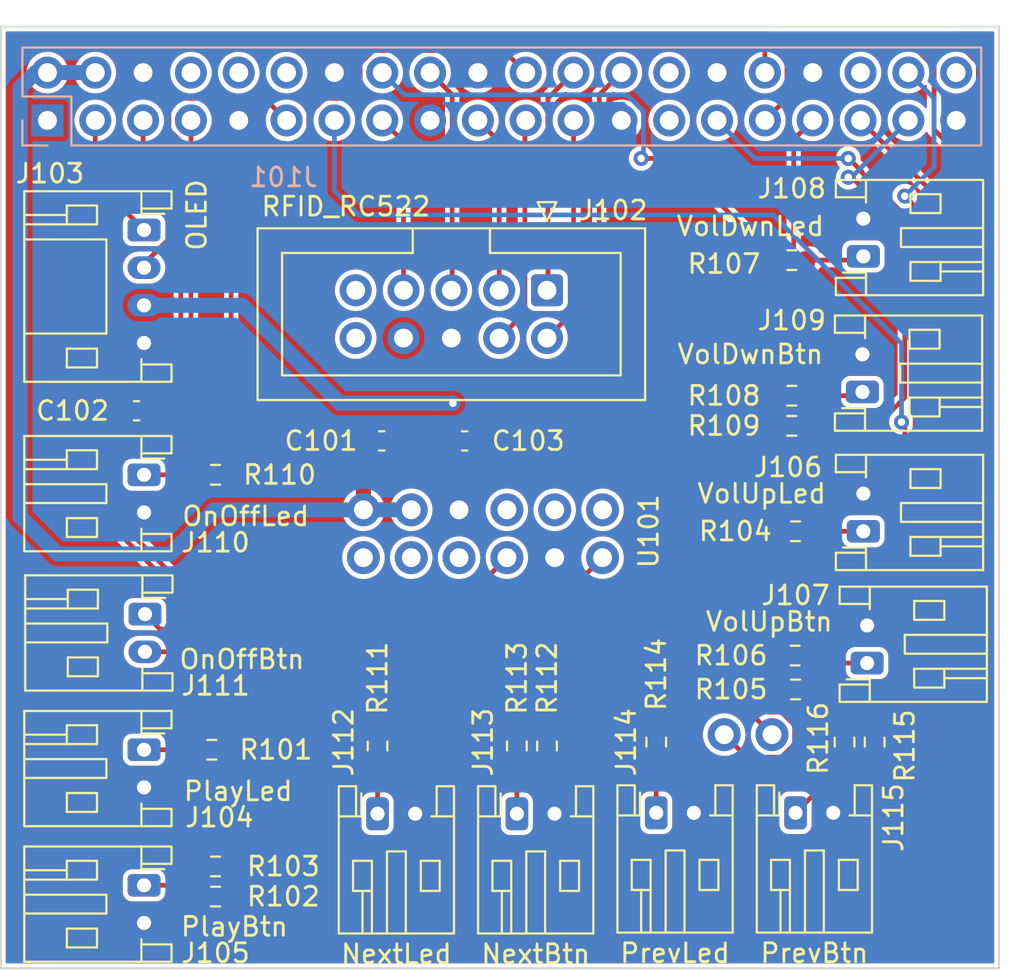
<source format=kicad_pcb>
(kicad_pcb (version 20210824) (generator pcbnew)
  (layers (0 "F.Cu" signal) (31 "B.Cu" signal) (34 "B.Paste" user) (35 "F.Paste" user) (36 "B.SilkS" user "B.Silkscreen") (37 "F.SilkS" user "F.Silkscreen") (38 "B.Mask" user) (39 "F.Mask" user) (44 "Edge.Cuts" user))
  (net 0 "")
  (net 1 "+5V")
  (net 2 "GND")
  (net 3 "+3V3")
  (net 4 "/SDA")
  (net 5 "/SCL")
  (net 6 "Net-(J101-Pad7)")
  (net 7 "Net-(J101-Pad11)")
  (net 8 "PREV_BTN")
  (net 9 "/RST")
  (net 10 "VOL_DWN_LED")
  (net 11 "/IRQ")
  (net 12 "/MOSI")
  (net 13 "/MISO")
  (net 14 "PWR_LED")
  (net 15 "/SCLK")
  (net 16 "/\\CE")
  (net 17 "VOL_UP_BTN")
  (net 18 "PREV_LED")
  (net 19 "PLAY_LED")
  (net 20 "PLAY_BTN")
  (net 21 "VOL_DWN_BTN")
  (net 22 "NEXT_LED")
  (net 23 "VOL_UP_LED")
  (net 24 "NEXT_BTN")
  (net 25 "Net-(J104-Pad1)")
  (net 26 "Net-(J105-Pad1)")
  (net 27 "Net-(J106-Pad1)")
  (net 28 "Net-(J107-Pad1)")
  (net 29 "Net-(J108-Pad1)")
  (net 30 "Net-(J109-Pad1)")
  (net 31 "Net-(J110-Pad1)")
  (net 32 "Net-(J111-Pad1)")
  (net 33 "Net-(J111-Pad2)")
  (net 34 "Net-(J112-Pad1)")
  (net 35 "Net-(J113-Pad1)")
  (net 36 "Net-(J114-Pad1)")
  (net 37 "Net-(J115-Pad1)")
  (footprint "Resistor_SMD:R_0603_1608Metric" (layer "F.Cu") (at 122.2 115.2)
    (fp_text reference "R105" (at -3.425 0) (layer "F.SilkS"))
    (fp_text value "10k")
    (pad "1" smd roundrect locked (at -0.825 0) (size 0.8 0.95) (layers "F.Cu" "F.Paste" "F.Mask") (net 3 "+3V3"))
    (pad "2" smd roundrect locked (at 0.825 0) (size 0.8 0.95) (layers "F.Cu" "F.Paste" "F.Mask") (net 28 "Net-(J107-Pad1)"))
  )
  (footprint "Resistor_SMD:R_0603_1608Metric" (layer "F.Cu") (at 109 118.2 -90)
    (fp_text reference "R112" (at -3.6 0 90) (layer "F.SilkS"))
    (fp_text value "10k")
    (pad "1" smd roundrect locked (at -0.825 0 270) (size 0.8 0.95) (layers "F.Cu" "F.Paste" "F.Mask") (net 3 "+3V3"))
    (pad "2" smd roundrect locked (at 0.825 0 270) (size 0.8 0.95) (layers "F.Cu" "F.Paste" "F.Mask") (net 35 "Net-(J113-Pad1)"))
  )
  (footprint "Resistor_SMD:R_0603_1608Metric" (layer "F.Cu") (at 122.175 113.4)
    (fp_text reference "R106" (at -3.4 0) (layer "F.SilkS"))
    (fp_text value "100R")
    (pad "1" smd roundrect locked (at -0.825 0) (size 0.8 0.95) (layers "F.Cu" "F.Paste" "F.Mask") (net 17 "VOL_UP_BTN"))
    (pad "2" smd roundrect locked (at 0.825 0) (size 0.8 0.95) (layers "F.Cu" "F.Paste" "F.Mask") (net 28 "Net-(J107-Pad1)"))
  )
  (footprint "Resistor_SMD:R_0603_1608Metric" (layer "F.Cu") (at 91.4 126.2 180)
    (fp_text reference "R102" (at -3.6 0) (layer "F.SilkS"))
    (fp_text value "10k")
    (pad "1" smd roundrect locked (at -0.825 0 180) (size 0.8 0.95) (layers "F.Cu" "F.Paste" "F.Mask") (net 3 "+3V3"))
    (pad "2" smd roundrect locked (at 0.825 0 180) (size 0.8 0.95) (layers "F.Cu" "F.Paste" "F.Mask") (net 26 "Net-(J105-Pad1)"))
  )
  (footprint "Connector_JST:JST_PH_S2B-PH-K_1x02_P2.00mm_Horizontal" (layer "F.Cu") (at 107.4 121.8)
    (fp_text reference "J113" (at -1.8 -3.8 90) (layer "F.SilkS"))
    (fp_text value "NextBtn" (at 1 7.45) (layer "F.SilkS"))
    (pad "1" thru_hole roundrect locked (at 0 0) (size 1.2 1.75) (drill 0.75) (layers *.Cu *.Mask) (roundrect_rratio 0.2083333333) (net 35 "Net-(J113-Pad1)"))
    (pad "2" thru_hole oval locked (at 2 0) (size 1.2 1.75) (drill 0.75) (layers *.Cu *.Mask) (net 2 "GND"))
  )
  (footprint "Connector_JST:JST_PH_S2B-PH-K_1x02_P2.00mm_Horizontal" (layer "F.Cu") (at 125.8 92.2 90)
    (fp_text reference "J108" (at 3.6 -3.8 180) (layer "F.SilkS"))
    (fp_text value "VolDwnLed" (at 1.6 -6) (layer "F.SilkS"))
    (pad "1" thru_hole roundrect locked (at 0 0 90) (size 1.2 1.75) (drill 0.75) (layers *.Cu *.Mask) (roundrect_rratio 0.2083333333) (net 29 "Net-(J108-Pad1)"))
    (pad "2" thru_hole oval locked (at 2 0 90) (size 1.2 1.75) (drill 0.75) (layers *.Cu *.Mask) (net 2 "GND"))
  )
  (footprint "Connector_JST:JST_PH_S4B-PH-K_1x04_P2.00mm_Horizontal" (layer "F.Cu") (at 87.6 90.8 -90)
    (fp_text reference "J103" (at -3 5 180) (layer "F.SilkS"))
    (fp_text value "OLED" (at -0.8 -2.8 90) (layer "F.SilkS"))
    (pad "1" thru_hole roundrect locked (at 0 0 270) (size 1.2 1.75) (drill 0.75) (layers *.Cu *.Mask) (roundrect_rratio 0.2083333333) (net 4 "/SDA"))
    (pad "2" thru_hole oval locked (at 2 0 270) (size 1.2 1.75) (drill 0.75) (layers *.Cu *.Mask) (net 5 "/SCL"))
    (pad "3" thru_hole oval locked (at 4 0 270) (size 1.2 1.75) (drill 0.75) (layers *.Cu *.Mask) (net 3 "+3V3"))
    (pad "4" thru_hole oval locked (at 6 0 270) (size 1.2 1.75) (drill 0.75) (layers *.Cu *.Mask) (net 2 "GND"))
  )
  (footprint "Resistor_SMD:R_0603_1608Metric" (layer "F.Cu") (at 122.2 106.8)
    (fp_text reference "R104" (at -3.2 0) (layer "F.SilkS"))
    (fp_text value "100R")
    (pad "1" smd roundrect locked (at -0.825 0) (size 0.8 0.95) (layers "F.Cu" "F.Paste" "F.Mask") (net 23 "VOL_UP_LED"))
    (pad "2" smd roundrect locked (at 0.825 0) (size 0.8 0.95) (layers "F.Cu" "F.Paste" "F.Mask") (net 27 "Net-(J106-Pad1)"))
  )
  (footprint "Capacitor_SMD:C_0603_1608Metric" (layer "F.Cu") (at 87.2 100.4)
    (fp_text reference "C102" (at -3.4 0) (layer "F.SilkS"))
    (fp_text value "100n")
    (pad "1" smd roundrect locked (at -0.775 0) (size 0.9 0.95) (layers "F.Cu" "F.Paste" "F.Mask") (net 3 "+3V3"))
    (pad "2" smd roundrect locked (at 0.775 0) (size 0.9 0.95) (layers "F.Cu" "F.Paste" "F.Mask") (net 2 "GND"))
  )
  (footprint "Connector_JST:JST_PH_S2B-PH-K_1x02_P2.00mm_Horizontal" (layer "F.Cu") (at 114.8 121.75)
    (fp_text reference "J114" (at -1.6 -3.75 90) (layer "F.SilkS"))
    (fp_text value "PrevLed" (at 1 7.45) (layer "F.SilkS"))
    (pad "1" thru_hole roundrect locked (at 0 0) (size 1.2 1.75) (drill 0.75) (layers *.Cu *.Mask) (roundrect_rratio 0.2083333333) (net 36 "Net-(J114-Pad1)"))
    (pad "2" thru_hole oval locked (at 2 0) (size 1.2 1.75) (drill 0.75) (layers *.Cu *.Mask) (net 2 "GND"))
  )
  (footprint "Resistor_SMD:R_0603_1608Metric" (layer "F.Cu") (at 91.4 103.8 180)
    (fp_text reference "R110" (at -3.4 0) (layer "F.SilkS"))
    (fp_text value "100R")
    (pad "1" smd roundrect locked (at -0.825 0 180) (size 0.8 0.95) (layers "F.Cu" "F.Paste" "F.Mask") (net 14 "PWR_LED"))
    (pad "2" smd roundrect locked (at 0.825 0 180) (size 0.8 0.95) (layers "F.Cu" "F.Paste" "F.Mask") (net 31 "Net-(J110-Pad1)"))
  )
  (footprint "Resistor_SMD:R_0603_1608Metric" (layer "F.Cu") (at 122 99.6)
    (fp_text reference "R108" (at -3.6 0) (layer "F.SilkS"))
    (fp_text value "10k")
    (pad "1" smd roundrect locked (at -0.825 0) (size 0.8 0.95) (layers "F.Cu" "F.Paste" "F.Mask") (net 3 "+3V3"))
    (pad "2" smd roundrect locked (at 0.825 0) (size 0.8 0.95) (layers "F.Cu" "F.Paste" "F.Mask") (net 30 "Net-(J109-Pad1)"))
  )
  (footprint "Connector_JST:JST_PH_S2B-PH-K_1x02_P2.00mm_Horizontal" (layer "F.Cu") (at 126 113.8 90)
    (fp_text reference "J107" (at 3.6 -3.8 180) (layer "F.SilkS"))
    (fp_text value "VolUpBtn" (at 2.2 -5.2 180) (layer "F.SilkS"))
    (pad "1" thru_hole roundrect locked (at 0 0 90) (size 1.2 1.75) (drill 0.75) (layers *.Cu *.Mask) (roundrect_rratio 0.2083333333) (net 28 "Net-(J107-Pad1)"))
    (pad "2" thru_hole oval locked (at 2 0 90) (size 1.2 1.75) (drill 0.75) (layers *.Cu *.Mask) (net 2 "GND"))
  )
  (footprint "Resistor_SMD:R_0603_1608Metric" (layer "F.Cu") (at 122 92.4)
    (fp_text reference "R107" (at -3.6 0.2) (layer "F.SilkS"))
    (fp_text value "100R")
    (pad "1" smd roundrect locked (at -0.825 0) (size 0.8 0.95) (layers "F.Cu" "F.Paste" "F.Mask") (net 10 "VOL_DWN_LED"))
    (pad "2" smd roundrect locked (at 0.825 0) (size 0.8 0.95) (layers "F.Cu" "F.Paste" "F.Mask") (net 29 "Net-(J108-Pad1)"))
  )
  (footprint "Capacitor_SMD:C_0603_1608Metric" (layer "F.Cu") (at 100.225 102)
    (fp_text reference "C101" (at -3.225 0 180) (layer "F.SilkS"))
    (fp_text value "100n")
    (pad "1" smd roundrect locked (at -0.775 0) (size 0.9 0.95) (layers "F.Cu" "F.Paste" "F.Mask") (net 1 "+5V"))
    (pad "2" smd roundrect locked (at 0.775 0) (size 0.9 0.95) (layers "F.Cu" "F.Paste" "F.Mask") (net 2 "GND"))
  )
  (footprint "Resistor_SMD:R_0603_1608Metric" (layer "F.Cu") (at 107.4 118.2 -90)
    (fp_text reference "R113" (at -3.6 0 90) (layer "F.SilkS"))
    (fp_text value "100R")
    (pad "1" smd roundrect locked (at -0.825 0 270) (size 0.8 0.95) (layers "F.Cu" "F.Paste" "F.Mask") (net 24 "NEXT_BTN"))
    (pad "2" smd roundrect locked (at 0.825 0 270) (size 0.8 0.95) (layers "F.Cu" "F.Paste" "F.Mask") (net 35 "Net-(J113-Pad1)"))
  )
  (footprint "Resistor_SMD:R_0603_1608Metric" (layer "F.Cu") (at 114.8 118 -90)
    (fp_text reference "R114" (at -3.6 0 90) (layer "F.SilkS"))
    (fp_text value "100R")
    (pad "1" smd roundrect locked (at -0.825 0 270) (size 0.8 0.95) (layers "F.Cu" "F.Paste" "F.Mask") (net 18 "PREV_LED"))
    (pad "2" smd roundrect locked (at 0.825 0 270) (size 0.8 0.95) (layers "F.Cu" "F.Paste" "F.Mask") (net 36 "Net-(J114-Pad1)"))
  )
  (footprint "Resistor_SMD:R_0603_1608Metric" (layer "F.Cu") (at 126.4 118 -90)
    (fp_text reference "R115" (at 0.2 -1.6 90) (layer "F.SilkS"))
    (fp_text value "10k")
    (pad "1" smd roundrect locked (at -0.825 0 270) (size 0.8 0.95) (layers "F.Cu" "F.Paste" "F.Mask") (net 3 "+3V3"))
    (pad "2" smd roundrect locked (at 0.825 0 270) (size 0.8 0.95) (layers "F.Cu" "F.Paste" "F.Mask") (net 37 "Net-(J115-Pad1)"))
  )
  (footprint "footprints:OnOffShim" (layer "F.Cu") (at 105.5 112.28 90)
    (fp_text reference "U101" (at 5.48 8.9 90) (layer "F.SilkS"))
    (fp_text value "OnOffShim")
    (pad "1" thru_hole circle (at 6.62 -6.25 90) (size 1.75 1.75) (drill 1) (layers *.Cu *.Mask) (net 1 "+5V"))
    (pad "2" thru_hole circle (at 6.62 -3.71 90) (size 1.75 1.75) (drill 1) (layers *.Cu *.Mask) (net 1 "+5V"))
    (pad "3" thru_hole circle (at 6.62 -1.17 90) (size 1.75 1.75) (drill 1) (layers *.Cu *.Mask) (net 2 "GND"))
    (pad "4" thru_hole circle (at 6.62 1.37 90) (size 1.75 1.75) (drill 1) (layers *.Cu *.Mask))
    (pad "5" thru_hole circle (at 6.62 3.91 90) (size 1.75 1.75) (drill 1) (layers *.Cu *.Mask))
    (pad "6" thru_hole circle (at 6.62 6.45 90) (size 1.75 1.75) (drill 1) (layers *.Cu *.Mask))
    (pad "7" thru_hole circle (at 4.08 -6.25 90) (size 1.75 1.75) (drill 1) (layers *.Cu *.Mask))
    (pad "8" thru_hole circle (at 4.08 -3.71 90) (size 1.75 1.75) (drill 1) (layers *.Cu *.Mask))
    (pad "9" thru_hole circle (at 4.08 -1.17 90) (size 1.75 1.75) (drill 1) (layers *.Cu *.Mask))
    (pad "10" thru_hole circle (at 4.08 1.37 90) (size 1.75 1.75) (drill 1) (layers *.Cu *.Mask) (net 6 "Net-(J101-Pad7)"))
    (pad "11" thru_hole circle (at 4.08 3.91 90) (size 1.75 1.75) (drill 1) (layers *.Cu *.Mask) (net 2 "GND"))
    (pad "12" thru_hole circle (at 4.08 6.45 90) (size 1.75 1.75) (drill 1) (layers *.Cu *.Mask) (net 7 "Net-(J101-Pad11)"))
    (pad "13" thru_hole circle (at -5.32 15.45 90) (size 1.75 1.75) (drill 1) (layers *.Cu *.Mask) (net 33 "Net-(J111-Pad2)"))
    (pad "14" thru_hole circle (at -5.32 12.91 90) (size 1.75 1.75) (drill 1) (layers *.Cu *.Mask) (net 32 "Net-(J111-Pad1)"))
  )
  (footprint "Connector_JST:JST_PH_S2B-PH-K_1x02_P2.00mm_Horizontal" (layer "F.Cu") (at 122.2 121.75)
    (fp_text reference "J115" (at 5.2 0.25 90) (layer "F.SilkS"))
    (fp_text value "PrevBtn" (at 1 7.45) (layer "F.SilkS"))
    (pad "1" thru_hole roundrect locked (at 0 0) (size 1.2 1.75) (drill 0.75) (layers *.Cu *.Mask) (roundrect_rratio 0.2083333333) (net 37 "Net-(J115-Pad1)"))
    (pad "2" thru_hole oval locked (at 2 0) (size 1.2 1.75) (drill 0.75) (layers *.Cu *.Mask) (net 2 "GND"))
  )
  (footprint "Connector_IDC:IDC-Header_2x05_P2.54mm_Vertical" (layer "F.Cu") (at 109 94 -90)
    (fp_text reference "J102" (at -4.2475 -3.52) (layer "F.SilkS"))
    (fp_text value "RFID_RC522" (at -4.4475 10.68) (layer "F.SilkS"))
    (pad "1" thru_hole roundrect locked (at 0 0 270) (size 1.7 1.7) (drill 1) (layers *.Cu *.Mask) (roundrect_rratio 0.1470588235) (net 16 "/\\CE"))
    (pad "2" thru_hole circle locked (at 2.54 0 270) (size 1.7 1.7) (drill 1) (layers *.Cu *.Mask) (net 15 "/SCLK"))
    (pad "3" thru_hole circle locked (at 0 2.54 270) (size 1.7 1.7) (drill 1) (layers *.Cu *.Mask) (net 12 "/MOSI"))
    (pad "4" thru_hole circle locked (at 2.54 2.54 270) (size 1.7 1.7) (drill 1) (layers *.Cu *.Mask) (net 13 "/MISO"))
    (pad "5" thru_hole circle locked (at 0 5.08 270) (size 1.7 1.7) (drill 1) (layers *.Cu *.Mask) (net 11 "/IRQ"))
    (pad "6" thru_hole circle locked (at 2.54 5.08 270) (size 1.7 1.7) (drill 1) (layers *.Cu *.Mask) (net 2 "GND"))
    (pad "7" thru_hole circle locked (at 0 7.62 270) (size 1.7 1.7) (drill 1) (layers *.Cu *.Mask) (net 9 "/RST"))
    (pad "8" thru_hole circle locked (at 2.54 7.62 270) (size 1.7 1.7) (drill 1) (layers *.Cu *.Mask) (net 3 "+3V3"))
    (pad "9" thru_hole circle locked (at 0 10.16 270) (size 1.7 1.7) (drill 1) (layers *.Cu *.Mask))
    (pad "10" thru_hole circle locked (at 2.54 10.16 270) (size 1.7 1.7) (drill 1) (layers *.Cu *.Mask))
  )
  (footprint "Connector_JST:JST_PH_S2B-PH-K_1x02_P2.00mm_Horizontal" (layer "F.Cu") (at 100 121.8)
    (fp_text reference "J112" (at -1.8 -3.8 90) (layer "F.SilkS"))
    (fp_text value "NextLed" (at 1 7.45) (layer "F.SilkS"))
    (pad "1" thru_hole roundrect locked (at 0 0) (size 1.2 1.75) (drill 0.75) (layers *.Cu *.Mask) (roundrect_rratio 0.2083333333) (net 34 "Net-(J112-Pad1)"))
    (pad "2" thru_hole oval locked (at 2 0) (size 1.2 1.75) (drill 0.75) (layers *.Cu *.Mask) (net 2 "GND"))
  )
  (footprint "Connector_JST:JST_PH_S2B-PH-K_1x02_P2.00mm_Horizontal" (layer "F.Cu") (at 87.65 111.2 -90)
    (fp_text reference "J111" (at 3.8 -3.75 180) (layer "F.SilkS"))
    (fp_text value "OnOffBtn" (at 2.4 -5.15 180) (layer "F.SilkS"))
    (pad "1" thru_hole roundrect locked (at 0 0 270) (size 1.2 1.75) (drill 0.75) (layers *.Cu *.Mask) (roundrect_rratio 0.2083333333) (net 32 "Net-(J111-Pad1)"))
    (pad "2" thru_hole oval locked (at 2 0 270) (size 1.2 1.75) (drill 0.75) (layers *.Cu *.Mask) (net 33 "Net-(J111-Pad2)"))
  )
  (footprint "Resistor_SMD:R_0603_1608Metric" (layer "F.Cu") (at 124.8 118 -90)
    (fp_text reference "R116" (at -0.2 1.4 90) (layer "F.SilkS"))
    (fp_text value "100R")
    (pad "1" smd roundrect locked (at -0.825 0 270) (size 0.8 0.95) (layers "F.Cu" "F.Paste" "F.Mask") (net 8 "PREV_BTN"))
    (pad "2" smd roundrect locked (at 0.825 0 270) (size 0.8 0.95) (layers "F.Cu" "F.Paste" "F.Mask") (net 37 "Net-(J115-Pad1)"))
  )
  (footprint "Resistor_SMD:R_0603_1608Metric" (layer "F.Cu") (at 91.4 124.6 180)
    (fp_text reference "R103" (at -3.6 0) (layer "F.SilkS"))
    (fp_text value "100R")
    (pad "1" smd roundrect locked (at -0.825 0 180) (size 0.8 0.95) (layers "F.Cu" "F.Paste" "F.Mask") (net 20 "PLAY_BTN"))
    (pad "2" smd roundrect locked (at 0.825 0 180) (size 0.8 0.95) (layers "F.Cu" "F.Paste" "F.Mask") (net 26 "Net-(J105-Pad1)"))
  )
  (footprint "Connector_JST:JST_PH_S2B-PH-K_1x02_P2.00mm_Horizontal" (layer "F.Cu") (at 87.6 118.4 -90)
    (fp_text reference "J104" (at 3.6 -4 180) (layer "F.SilkS"))
    (fp_text value "PlayLed" (at 2.2 -5 180) (layer "F.SilkS"))
    (pad "1" thru_hole roundrect locked (at 0 0 270) (size 1.2 1.75) (drill 0.75) (layers *.Cu *.Mask) (roundrect_rratio 0.2083333333) (net 25 "Net-(J104-Pad1)"))
    (pad "2" thru_hole oval locked (at 2 0 270) (size 1.2 1.75) (drill 0.75) (layers *.Cu *.Mask) (net 2 "GND"))
  )
  (footprint "Capacitor_SMD:C_0603_1608Metric" (layer "F.Cu") (at 104.625 102)
    (fp_text reference "C103" (at 3.375 0) (layer "F.SilkS"))
    (fp_text value "100n")
    (pad "1" smd roundrect locked (at -0.775 0) (size 0.9 0.95) (layers "F.Cu" "F.Paste" "F.Mask") (net 3 "+3V3"))
    (pad "2" smd roundrect locked (at 0.775 0) (size 0.9 0.95) (layers "F.Cu" "F.Paste" "F.Mask") (net 2 "GND"))
  )
  (footprint "Resistor_SMD:R_0603_1608Metric" (layer "F.Cu") (at 122 101.2)
    (fp_text reference "R109" (at -3.6 0) (layer "F.SilkS"))
    (fp_text value "100R")
    (pad "1" smd roundrect locked (at -0.825 0) (size 0.8 0.95) (layers "F.Cu" "F.Paste" "F.Mask") (net 21 "VOL_DWN_BTN"))
    (pad "2" smd roundrect locked (at 0.825 0) (size 0.8 0.95) (layers "F.Cu" "F.Paste" "F.Mask") (net 30 "Net-(J109-Pad1)"))
  )
  (footprint "Connector_JST:JST_PH_S2B-PH-K_1x02_P2.00mm_Horizontal" (layer "F.Cu") (at 87.6 103.8 -90)
    (fp_text reference "J110" (at 3.6 -3.8 180) (layer "F.SilkS"))
    (fp_text value "OnOffLed" (at 2.2 -5.4 180) (layer "F.SilkS"))
    (pad "1" thru_hole roundrect locked (at 0 0 270) (size 1.2 1.75) (drill 0.75) (layers *.Cu *.Mask) (roundrect_rratio 0.2083333333) (net 31 "Net-(J110-Pad1)"))
    (pad "2" thru_hole oval locked (at 2 0 270) (size 1.2 1.75) (drill 0.75) (layers *.Cu *.Mask) (net 2 "GND"))
  )
  (footprint "Connector_JST:JST_PH_S2B-PH-K_1x02_P2.00mm_Horizontal" (layer "F.Cu") (at 125.75 99.4 90)
    (fp_text reference "J109" (at 3.8 -3.75 180) (layer "F.SilkS"))
    (fp_text value "VolDwnBtn" (at 2 -5.95 180) (layer "F.SilkS"))
    (pad "1" thru_hole roundrect locked (at 0 0 90) (size 1.2 1.75) (drill 0.75) (layers *.Cu *.Mask) (roundrect_rratio 0.2083333333) (net 30 "Net-(J109-Pad1)"))
    (pad "2" thru_hole oval locked (at 2 0 90) (size 1.2 1.75) (drill 0.75) (layers *.Cu *.Mask) (net 2 "GND"))
  )
  (footprint "Connector_JST:JST_PH_S2B-PH-K_1x02_P2.00mm_Horizontal" (layer "F.Cu") (at 125.8 106.8 90)
    (fp_text reference "J106" (at 3.4 -4 180) (layer "F.SilkS"))
    (fp_text value "VolUpLed" (at 2 -5.4 180) (layer "F.SilkS"))
    (pad "1" thru_hole roundrect locked (at 0 0 90) (size 1.2 1.75) (drill 0.75) (layers *.Cu *.Mask) (roundrect_rratio 0.2083333333) (net 27 "Net-(J106-Pad1)"))
    (pad "2" thru_hole oval locked (at 2 0 90) (size 1.2 1.75) (drill 0.75) (layers *.Cu *.Mask) (net 2 "GND"))
  )
  (footprint "Resistor_SMD:R_0603_1608Metric" (layer "F.Cu") (at 91.2 118.4 180)
    (fp_text reference "R101" (at -3.4 0) (layer "F.SilkS"))
    (fp_text value "100R")
    (pad "1" smd roundrect locked (at -0.825 0 180) (size 0.8 0.95) (layers "F.Cu" "F.Paste" "F.Mask") (net 19 "PLAY_LED"))
    (pad "2" smd roundrect locked (at 0.825 0 180) (size 0.8 0.95) (layers "F.Cu" "F.Paste" "F.Mask") (net 25 "Net-(J104-Pad1)"))
  )
  (footprint "Connector_JST:JST_PH_S2B-PH-K_1x02_P2.00mm_Horizontal" (layer "F.Cu") (at 87.6 125.6 -90)
    (fp_text reference "J105" (at 3.6 -3.8 180) (layer "F.SilkS"))
    (fp_text value "PlayBtn" (at 2.2 -4.8 180) (layer "F.SilkS"))
    (pad "1" thru_hole roundrect locked (at 0 0 270) (size 1.2 1.75) (drill 0.75) (layers *.Cu *.Mask) (roundrect_rratio 0.2083333333) (net 26 "Net-(J105-Pad1)"))
    (pad "2" thru_hole oval locked (at 2 0 270) (size 1.2 1.75) (drill 0.75) (layers *.Cu *.Mask) (net 2 "GND"))
  )
  (footprint "Resistor_SMD:R_0603_1608Metric" (layer "F.Cu") (at 100 118.2 -90)
    (fp_text reference "R111" (at -3.6 0 90) (layer "F.SilkS"))
    (fp_text value "100R")
    (pad "1" smd roundrect locked (at -0.825 0 270) (size 0.8 0.95) (layers "F.Cu" "F.Paste" "F.Mask") (net 22 "NEXT_LED"))
    (pad "2" smd roundrect locked (at 0.825 0 270) (size 0.8 0.95) (layers "F.Cu" "F.Paste" "F.Mask") (net 34 "Net-(J112-Pad1)"))
  )
  (footprint "Connector_PinSocket_2.54mm:PinSocket_2x20_P2.54mm_Vertical" (layer "B.Cu") (at 82.47 84.98 -90)
    (fp_text reference "J101" (at 3.02 -12.53 180) (layer "B.SilkS") (effects (justify mirror)))
    (fp_text value "GPIO_HEADER")
    (pad "1" thru_hole rect locked (at 0 0 270) (size 1.7 1.7) (drill 1) (layers *.Cu *.Mask) (net 3 "+3V3"))
    (pad "2" thru_hole oval locked (at -2.54 0 270) (size 1.7 1.7) (drill 1) (layers *.Cu *.Mask) (net 1 "+5V"))
    (pad "3" thru_hole oval locked (at 0 -2.54 270) (size 1.7 1.7) (drill 1) (layers *.Cu *.Mask) (net 4 "/SDA"))
    (pad "4" thru_hole oval locked (at -2.54 -2.54 270) (size 1.7 1.7) (drill 1) (layers *.Cu *.Mask) (net 1 "+5V"))
    (pad "5" thru_hole oval locked (at 0 -5.08 270) (size 1.7 1.7) (drill 1) (layers *.Cu *.Mask) (net 5 "/SCL"))
    (pad "6" thru_hole oval locked (at -2.54 -5.08 270) (size 1.7 1.7) (drill 1) (layers *.Cu *.Mask) (net 2 "GND"))
    (pad "7" thru_hole oval locked (at 0 -7.62 270) (size 1.7 1.7) (drill 1) (layers *.Cu *.Mask) (net 6 "Net-(J101-Pad7)"))
    (pad "8" thru_hole oval locked (at -2.54 -7.62 270) (size 1.7 1.7) (drill 1) (layers *.Cu *.Mask))
    (pad "9" thru_hole oval locked (at 0 -10.16 270) (size 1.7 1.7) (drill 1) (layers *.Cu *.Mask) (net 2 "GND"))
    (pad "10" thru_hole oval locked (at -2.54 -10.16 270) (size 1.7 1.7) (drill 1) (layers *.Cu *.Mask))
    (pad "11" thru_hole oval locked (at 0 -12.7 270) (size 1.7 1.7) (drill 1) (layers *.Cu *.Mask) (net 7 "Net-(J101-Pad11)"))
    (pad "12" thru_hole oval locked (at -2.54 -12.7 270) (size 1.7 1.7) (drill 1) (layers *.Cu *.Mask))
    (pad "13" thru_hole oval locked (at 0 -15.24 270) (size 1.7 1.7) (drill 1) (layers *.Cu *.Mask) (net 8 "PREV_BTN"))
    (pad "14" thru_hole oval locked (at -2.54 -15.24 270) (size 1.7 1.7) (drill 1) (layers *.Cu *.Mask) (net 2 "GND"))
    (pad "15" thru_hole oval locked (at 0 -17.78 270) (size 1.7 1.7) (drill 1) (layers *.Cu *.Mask) (net 9 "/RST"))
    (pad "16" thru_hole oval locked (at -2.54 -17.78 270) (size 1.7 1.7) (drill 1) (layers *.Cu *.Mask) (net 10 "VOL_DWN_LED"))
    (pad "17" thru_hole oval locked (at 0 -20.32 270) (size 1.7 1.7) (drill 1) (layers *.Cu *.Mask) (net 3 "+3V3"))
    (pad "18" thru_hole oval locked (at -2.54 -20.32 270) (size 1.7 1.7) (drill 1) (layers *.Cu *.Mask) (net 11 "/IRQ"))
    (pad "19" thru_hole oval locked (at 0 -22.86 270) (size 1.7 1.7) (drill 1) (layers *.Cu *.Mask) (net 12 "/MOSI"))
    (pad "20" thru_hole oval locked (at -2.54 -22.86 270) (size 1.7 1.7) (drill 1) (layers *.Cu *.Mask) (net 2 "GND"))
    (pad "21" thru_hole oval locked (at 0 -25.4 270) (size 1.7 1.7) (drill 1) (layers *.Cu *.Mask) (net 13 "/MISO"))
    (pad "22" thru_hole oval locked (at -2.54 -25.4 270) (size 1.7 1.7) (drill 1) (layers *.Cu *.Mask) (net 14 "PWR_LED"))
    (pad "23" thru_hole oval locked (at 0 -27.94 270) (size 1.7 1.7) (drill 1) (layers *.Cu *.Mask) (net 15 "/SCLK"))
    (pad "24" thru_hole oval locked (at -2.54 -27.94 270) (size 1.7 1.7) (drill 1) (layers *.Cu *.Mask) (net 16 "/\\CE"))
    (pad "25" thru_hole oval locked (at 0 -30.48 270) (size 1.7 1.7) (drill 1) (layers *.Cu *.Mask) (net 2 "GND"))
    (pad "26" thru_hole oval locked (at -2.54 -30.48 270) (size 1.7 1.7) (drill 1) (layers *.Cu *.Mask) (net 17 "VOL_UP_BTN"))
    (pad "27" thru_hole oval locked (at 0 -33.02 270) (size 1.7 1.7) (drill 1) (layers *.Cu *.Mask))
    (pad "28" thru_hole oval locked (at -2.54 -33.02 270) (size 1.7 1.7) (drill 1) (layers *.Cu *.Mask))
    (pad "29" thru_hole oval locked (at 0 -35.56 270) (size 1.7 1.7) (drill 1) (layers *.Cu *.Mask) (net 18 "PREV_LED"))
    (pad "30" thru_hole oval locked (at -2.54 -35.56 270) (size 1.7 1.7) (drill 1) (layers *.Cu *.Mask) (net 2 "GND"))
    (pad "31" thru_hole oval locked (at 0 -38.1 270) (size 1.7 1.7) (drill 1) (layers *.Cu *.Mask) (net 19 "PLAY_LED"))
    (pad "32" thru_hole oval locked (at -2.54 -38.1 270) (size 1.7 1.7) (drill 1) (layers *.Cu *.Mask) (net 20 "PLAY_BTN"))
    (pad "33" thru_hole oval locked (at 0 -40.64 270) (size 1.7 1.7) (drill 1) (layers *.Cu *.Mask) (net 21 "VOL_DWN_BTN"))
    (pad "34" thru_hole oval locked (at -2.54 -40.64 270) (size 1.7 1.7) (drill 1) (layers *.Cu *.Mask) (net 2 "GND"))
    (pad "35" thru_hole oval locked (at 0 -43.18 270) (size 1.7 1.7) (drill 1) (layers *.Cu *.Mask) (net 22 "NEXT_LED"))
    (pad "36" thru_hole oval locked (at -2.54 -43.18 270) (size 1.7 1.7) (drill 1) (layers *.Cu *.Mask))
    (pad "37" thru_hole oval locked (at 0 -45.72 270) (size 1.7 1.7) (drill 1) (layers *.Cu *.Mask) (net 23 "VOL_UP_LED"))
    (pad "38" thru_hole oval locked (at -2.54 -45.72 270) (size 1.7 1.7) (drill 1) (layers *.Cu *.Mask) (net 24 "NEXT_BTN"))
    (pad "39" thru_hole oval locked (at 0 -48.26 270) (size 1.7 1.7) (drill 1) (layers *.Cu *.Mask) (net 2 "GND"))
    (pad "40" thru_hole oval locked (at -2.54 -48.26 270) (size 1.7 1.7) (drill 1) (layers *.Cu *.Mask))
  )
  (gr_line (start 133 80) (end 133 130) (layer "Edge.Cuts") (width 0.1))
  (gr_line (start 133 130) (end 80 130) (layer "Edge.Cuts") (width 0.1))
  (gr_line (start 80 80) (end 133 80) (layer "Edge.Cuts") (width 0.1))
  (gr_line (start 80 130) (end 80 80) (layer "Edge.Cuts") (width 0.1))
  (segment (start 99.25 105.66) (end 99.25 102.2) (width 0.8) (layer "F.Cu") (net 1))
  (segment (start 99.25 102.2) (end 99.45 102) (width 0.8) (layer "F.Cu") (net 1))
  (segment (start 85.01 82.44) (end 82.47 82.44) (width 0.8) (layer "B.Cu") (net 1))
  (segment (start 89 108) (end 83 108) (width 0.8) (layer "B.Cu") (net 1))
  (segment (start 81.020489 106.020489) (end 81.020489 83.24743) (width 0.8) (layer "B.Cu") (net 1))
  (segment (start 81.020489 83.24743) (end 81.827919 82.44) (width 0.8) (layer "B.Cu") (net 1))
  (segment (start 99.25 105.66) (end 101.79 105.66) (width 0.8) (layer "B.Cu") (net 1))
  (segment (start 99.25 105.66) (end 91.34 105.66) (width 0.8) (layer "B.Cu") (net 1))
  (segment (start 91.34 105.66) (end 89 108) (width 0.8) (layer "B.Cu") (net 1))
  (segment (start 83 108) (end 81.020489 106.020489) (width 0.8) (layer "B.Cu") (net 1))
  (segment (start 81.827919 82.44) (end 82.47 82.44) (width 0.8) (layer "B.Cu") (net 1))
  (segment (start 87.975 97.175) (end 87.6 96.8) (width 0.8) (layer "F.Cu") (net 2))
  (segment (start 105.4 98.02) (end 103.92 96.54) (width 0.25) (layer "F.Cu") (net 2))
  (segment (start 105.4 102) (end 105.4 98.02) (width 0.25) (layer "F.Cu") (net 2))
  (segment (start 87.975 100.4) (end 87.975 97.175) (width 0.8) (layer "F.Cu") (net 2))
  (segment (start 104.33 105.66) (end 104.33 105.33) (width 0.8) (layer "F.Cu") (net 2))
  (segment (start 104.33 105.33) (end 101 102) (width 0.8) (layer "F.Cu") (net 2))
  (segment (start 104 101.85) (end 103.85 102) (width 0.8) (layer "F.Cu") (net 3))
  (segment (start 104 100) (end 104 101.85) (width 0.8) (layer "F.Cu") (net 3))
  (via (at 104 100) (size 0.8) (drill 0.4) (layers "F.Cu" "B.Cu") (net 3))
  (segment (start 103 100) (end 104 100) (width 0.8) (layer "B.Cu") (net 3))
  (segment (start 87.6 94.8) (end 92.8 94.8) (width 0.8) (layer "B.Cu") (net 3))
  (segment (start 92.8 94.8) (end 98 100) (width 0.8) (layer "B.Cu") (net 3))
  (segment (start 98 100) (end 103 100) (width 0.8) (layer "B.Cu") (net 3))
  (segment (start 85.01 88.21) (end 87.6 90.8) (width 0.25) (layer "F.Cu") (net 4))
  (segment (start 85.01 84.98) (end 85.01 88.21) (width 0.25) (layer "F.Cu") (net 4))
  (segment (start 87.55 84.98) (end 87.55 88.55) (width 0.25) (layer "F.Cu") (net 5))
  (segment (start 87.55 88.55) (end 89 90) (width 0.25) (layer "F.Cu") (net 5))
  (segment (start 89 91.19442) (end 87.6 92.59442) (width 0.25) (layer "F.Cu") (net 5))
  (segment (start 87.6 92.59442) (end 87.6 92.8) (width 0.25) (layer "F.Cu") (net 5))
  (segment (start 89 90) (end 89 91.19442) (width 0.25) (layer "F.Cu") (net 5))
  (segment (start 86 106.00001) (end 86 103) (width 0.25) (layer "F.Cu") (net 6))
  (segment (start 87 102) (end 89 102) (width 0.25) (layer "F.Cu") (net 6))
  (segment (start 105.51952 109.55048) (end 89.55047 109.55048) (width 0.25) (layer "F.Cu") (net 6))
  (segment (start 90.09 100.91) (end 90.09 84.98) (width 0.25) (layer "F.Cu") (net 6))
  (segment (start 89 102) (end 90.09 100.91) (width 0.25) (layer "F.Cu") (net 6))
  (segment (start 106.87 108.2) (end 105.51952 109.55048) (width 0.25) (layer "F.Cu") (net 6))
  (segment (start 86 103) (end 87 102) (width 0.25) (layer "F.Cu") (net 6))
  (segment (start 89.55047 109.55048) (end 86 106.00001) (width 0.25) (layer "F.Cu") (net 6))
  (segment (start 88.44951 101.55049) (end 89.550489 100.449511) (width 0.25) (layer "F.Cu") (net 7))
  (segment (start 88.915489 84.084511) (end 89.194511 83.805489) (width 0.25) (layer "F.Cu") (net 7))
  (segment (start 89.194511 83.805489) (end 93.995489 83.805489) (width 0.25) (layer "F.Cu") (net 7))
  (segment (start 86.813806 101.55049) (end 88.44951 101.55049) (width 0.25) (layer "F.Cu") (net 7))
  (segment (start 110.15001 109.99999) (end 89.364276 109.99999) (width 0.25) (layer "F.Cu") (net 7))
  (segment (start 89.364276 109.99999) (end 85.55049 106.186204) (width 0.25) (layer "F.Cu") (net 7))
  (segment (start 93.995489 83.805489) (end 95.17 84.98) (width 0.25) (layer "F.Cu") (net 7))
  (segment (start 85.55049 106.186204) (end 85.55049 102.813806) (width 0.25) (layer "F.Cu") (net 7))
  (segment (start 89.550489 86.101499) (end 88.915489 85.466499) (width 0.25) (layer "F.Cu") (net 7))
  (segment (start 88.915489 85.466499) (end 88.915489 84.084511) (width 0.25) (layer "F.Cu") (net 7))
  (segment (start 89.550489 100.449511) (end 89.550489 86.101499) (width 0.25) (layer "F.Cu") (net 7))
  (segment (start 85.55049 102.813806) (end 86.813806 101.55049) (width 0.25) (layer "F.Cu") (net 7))
  (segment (start 111.95 108.2) (end 110.15001 109.99999) (width 0.25) (layer "F.Cu") (net 7))
  (segment (start 124.8 117.175) (end 127.19952 114.77548) (width 0.25) (layer "F.Cu") (net 8))
  (segment (start 128 114) (end 128 101) (width 0.25) (layer "F.Cu") (net 8))
  (segment (start 127.19952 114.77548) (end 127.22452 114.77548) (width 0.25) (layer "F.Cu") (net 8))
  (segment (start 127.22452 114.77548) (end 128 114) (width 0.25) (layer "F.Cu") (net 8))
  (segment (start 128 101) (end 127.82598 101) (width 0.25) (layer "F.Cu") (net 8))
  (via (at 127.82598 101) (size 0.8) (drill 0.4) (layers "F.Cu" "B.Cu") (net 8))
  (segment (start 127.82598 101) (end 127.82598 96.82598) (width 0.25) (layer "B.Cu") (net 8))
  (segment (start 99 90) (end 97.71 88.71) (width 0.25) (layer "B.Cu") (net 8))
  (segment (start 127.82598 96.82598) (end 121 90) (width 0.25) (layer "B.Cu") (net 8))
  (segment (start 97.71 88.71) (end 97.71 84.98) (width 0.25) (layer "B.Cu") (net 8))
  (segment (start 121 90) (end 99 90) (width 0.25) (layer "B.Cu") (net 8))
  (segment (start 101.38 86.11) (end 101.38 94) (width 0.25) (layer "F.Cu") (net 9))
  (segment (start 100.25 84.98) (end 101.38 86.11) (width 0.25) (layer "F.Cu") (net 9))
  (segment (start 115.775 87) (end 121.175 92.4) (width 0.25) (layer "F.Cu") (net 10))
  (segment (start 114 87) (end 115.775 87) (width 0.25) (layer "F.Cu") (net 10))
  (via (at 114 87) (size 0.8) (drill 0.4) (layers "F.Cu" "B.Cu") (net 10))
  (segment (start 114.124511 84.493501) (end 113.245521 83.614511) (width 0.25) (layer "B.Cu") (net 10))
  (segment (start 114.124511 86.875489) (end 114.124511 84.493501) (width 0.25) (layer "B.Cu") (net 10))
  (segment (start 114 87) (end 114.124511 86.875489) (width 0.25) (layer "B.Cu") (net 10))
  (segment (start 101.424511 83.614511) (end 100.25 82.44) (width 0.25) (layer "B.Cu") (net 10))
  (segment (start 113.245521 83.614511) (end 101.424511 83.614511) (width 0.25) (layer "B.Cu") (net 10))
  (segment (start 103.964511 93.955489) (end 103.964511 83.614511) (width 0.25) (layer "F.Cu") (net 11))
  (segment (start 103.92 94) (end 103.964511 93.955489) (width 0.25) (layer "F.Cu") (net 11))
  (segment (start 103.964511 83.614511) (end 102.79 82.44) (width 0.25) (layer "F.Cu") (net 11))
  (segment (start 106.46 86.11) (end 105.33 84.98) (width 0.25) (layer "F.Cu") (net 12))
  (segment (start 106.46 94) (end 106.46 86.11) (width 0.25) (layer "F.Cu") (net 12))
  (segment (start 107.82548 85.02452) (end 107.87 84.98) (width 0.25) (layer "F.Cu") (net 13))
  (segment (start 106.46 96.54) (end 107.82548 95.17452) (width 0.25) (layer "F.Cu") (net 13))
  (segment (start 107.82548 95.17452) (end 107.82548 85.02452) (width 0.25) (layer "F.Cu") (net 13))
  (segment (start 99.075489 82.924511) (end 99.075489 81.953501) (width 0.25) (layer "F.Cu") (net 14))
  (segment (start 92.225 89.775) (end 96.344511 85.655489) (width 0.25) (layer "F.Cu") (net 14))
  (segment (start 97.194511 83.805489) (end 98.194511 83.805489) (width 0.25) (layer "F.Cu") (net 14))
  (segment (start 106.695489 81.265489) (end 107.87 82.44) (width 0.25) (layer "F.Cu") (net 14))
  (segment (start 99.763501 81.265489) (end 106.695489 81.265489) (width 0.25) (layer "F.Cu") (net 14))
  (segment (start 98.194511 83.805489) (end 99.075489 82.924511) (width 0.25) (layer "F.Cu") (net 14))
  (segment (start 99.075489 81.953501) (end 99.763501 81.265489) (width 0.25) (layer "F.Cu") (net 14))
  (segment (start 96.344511 85.655489) (end 96.344511 84.655489) (width 0.25) (layer "F.Cu") (net 14))
  (segment (start 96.344511 84.655489) (end 97.194511 83.805489) (width 0.25) (layer "F.Cu") (net 14))
  (segment (start 92.225 103.8) (end 92.225 89.775) (width 0.25) (layer "F.Cu") (net 14))
  (segment (start 110.41 95.13) (end 110.41 84.98) (width 0.25) (layer "F.Cu") (net 15))
  (segment (start 109 96.54) (end 110.41 95.13) (width 0.25) (layer "F.Cu") (net 15))
  (segment (start 109.044511 83.805489) (end 110.41 82.44) (width 0.25) (layer "F.Cu") (net 16))
  (segment (start 109.044511 93.955489) (end 109.044511 83.805489) (width 0.25) (layer "F.Cu") (net 16))
  (segment (start 109 94) (end 109.044511 93.955489) (width 0.25) (layer "F.Cu") (net 16))
  (segment (start 121.35 113.4) (end 121.35 109.35) (width 0.25) (layer "F.Cu") (net 17))
  (segment (start 111.775489 83.614511) (end 112.95 82.44) (width 0.25) (layer "F.Cu") (net 17))
  (segment (start 111.775489 99.775489) (end 111.775489 83.614511) (width 0.25) (layer "F.Cu") (net 17))
  (segment (start 121.35 109.35) (end 111.775489 99.775489) (width 0.25) (layer "F.Cu") (net 17))
  (segment (start 125.724501 87.699901) (end 125.0246 87) (width 0.25) (layer "F.Cu") (net 18))
  (segment (start 128.55048 90.57508) (end 125.724501 87.749101) (width 0.25) (layer "F.Cu") (net 18))
  (segment (start 128.55048 121.44952) (end 128.55048 90.57508) (width 0.25) (layer "F.Cu") (net 18))
  (segment (start 114.8 117.175) (end 121.025 123.4) (width 0.25) (layer "F.Cu") (net 18))
  (segment (start 126.6 123.4) (end 128.55048 121.44952) (width 0.25) (layer "F.Cu") (net 18))
  (segment (start 121.025 123.4) (end 126.6 123.4) (width 0.25) (layer "F.Cu") (net 18))
  (segment (start 125.0246 87) (end 125 87) (width 0.25) (layer "F.Cu") (net 18))
  (segment (start 125.724501 87.749101) (end 125.724501 87.699901) (width 0.25) (layer "F.Cu") (net 18))
  (via (at 125 87) (size 0.8) (drill 0.4) (layers "F.Cu" "B.Cu") (net 18))
  (segment (start 125 87) (end 120.05 87) (width 0.25) (layer "B.Cu") (net 18))
  (segment (start 120.05 87) (end 118.03 84.98) (width 0.25) (layer "B.Cu") (net 18))
  (segment (start 129.555489 85.466499) (end 129.555489 82.144479) (width 0.25) (layer "F.Cu") (net 19))
  (segment (start 128.41101 81) (end 122 81) (width 0.25) (layer "F.Cu") (net 19))
  (segment (start 121.744511 81.255489) (end 121.744511 83.805489) (width 0.25) (layer "F.Cu") (net 19))
  (segment (start 121.744511 83.805489) (end 120.57 84.98) (width 0.25) (layer "F.Cu") (net 19))
  (segment (start 131.454991 87.366001) (end 129.555489 85.466499) (width 0.25) (layer "F.Cu") (net 19))
  (segment (start 92.025 118.4) (end 100.825 127.2) (width 0.25) (layer "F.Cu") (net 19))
  (segment (start 100.825 127.2) (end 127.8 127.2) (width 0.25) (layer "F.Cu") (net 19))
  (segment (start 127.8 127.2) (end 131.454991 123.545009) (width 0.25) (layer "F.Cu") (net 19))
  (segment (start 131.454991 123.545009) (end 131.454991 87.366001) (width 0.25) (layer "F.Cu") (net 19))
  (segment (start 129.555489 82.144479) (end 128.41101 81) (width 0.25) (layer "F.Cu") (net 19))
  (segment (start 122 81) (end 121.744511 81.255489) (width 0.25) (layer "F.Cu") (net 19))
  (segment (start 131.904511 123.731193) (end 131.904511 81.953501) (width 0.25) (layer "F.Cu") (net 20))
  (segment (start 127.986194 127.64951) (end 131.904511 123.731193) (width 0.25) (layer "F.Cu") (net 20))
  (segment (start 131.904511 81.953501) (end 130.501499 80.550489) (width 0.25) (layer "F.Cu") (net 20))
  (segment (start 92.225 124.6) (end 95.27451 127.64951) (width 0.25) (layer "F.Cu") (net 20))
  (segment (start 95.27451 127.64951) (end 127.986194 127.64951) (width 0.25) (layer "F.Cu") (net 20))
  (segment (start 120.57 81.237919) (end 120.57 82.44) (width 0.25) (layer "F.Cu") (net 20))
  (segment (start 121.25743 80.550489) (end 120.57 81.237919) (width 0.25) (layer "F.Cu") (net 20))
  (segment (start 130.501499 80.550489) (end 121.25743 80.550489) (width 0.25) (layer "F.Cu") (net 20))
  (segment (start 122.10048 100.27452) (end 122.10048 85.98952) (width 0.25) (layer "F.Cu") (net 21))
  (segment (start 122.10048 85.98952) (end 123.11 84.98) (width 0.25) (layer "F.Cu") (net 21))
  (segment (start 121.175 101.2) (end 122.10048 100.27452) (width 0.25) (layer "F.Cu") (net 21))
  (segment (start 100 117.375) (end 100.475 117.375) (width 0.25) (layer "F.Cu") (net 22))
  (segment (start 126.871408 125.4) (end 130 122.271408) (width 0.25) (layer "F.Cu") (net 22))
  (segment (start 130 122.271408) (end 130 89.33) (width 0.25) (layer "F.Cu") (net 22))
  (segment (start 100.475 117.375) (end 108.5 125.4) (width 0.25) (layer "F.Cu") (net 22))
  (segment (start 130 89.33) (end 125.65 84.98) (width 0.25) (layer "F.Cu") (net 22))
  (segment (start 108.5 125.4) (end 126.871408 125.4) (width 0.25) (layer "F.Cu") (net 22))
  (segment (start 128 99.7) (end 128 90.817532) (width 0.25) (layer "F.Cu") (net 23))
  (segment (start 121.375 106.8) (end 121.375 106.325) (width 0.25) (layer "F.Cu") (net 23))
  (segment (start 125.182468 88) (end 125 88) (width 0.25) (layer "F.Cu") (net 23))
  (segment (start 121.375 106.325) (end 128 99.7) (width 0.25) (layer "F.Cu") (net 23))
  (segment (start 128 90.817532) (end 125.182468 88) (width 0.25) (layer "F.Cu") (net 23))
  (via (at 125 88) (size 0.8) (drill 0.4) (layers "F.Cu" "B.Cu") (net 23))
  (segment (start 125.17 88) (end 128.19 84.98) (width 0.25) (layer "B.Cu") (net 23))
  (segment (start 125 88) (end 125.17 88) (width 0.25) (layer "B.Cu") (net 23))
  (segment (start 114.24951 123.84951) (end 126.786194 123.84951) (width 0.25) (layer "F.Cu") (net 24))
  (segment (start 113 120.152676) (end 113 122.6) (width 0.25) (layer "F.Cu") (net 24))
  (segment (start 108.225 118.2) (end 111.047324 118.2) (width 0.25) (layer "F.Cu") (net 24))
  (segment (start 129 121.635704) (end 129 90) (width 0.25) (layer "F.Cu") (net 24))
  (segment (start 113 122.6) (end 114.24951 123.84951) (width 0.25) (layer "F.Cu") (net 24))
  (segment (start 111.047324 118.2) (end 113 120.152676) (width 0.25) (layer "F.Cu") (net 24))
  (segment (start 126.786194 123.84951) (end 129 121.635704) (width 0.25) (layer "F.Cu") (net 24))
  (segment (start 107.4 117.375) (end 108.225 118.2) (width 0.25) (layer "F.Cu") (net 24))
  (segment (start 129 90) (end 128 89) (width 0.25) (layer "F.Cu") (net 24))
  (via (at 128 89) (size 0.8) (drill 0.4) (layers "F.Cu" "B.Cu") (net 24))
  (segment (start 129.555489 87.444511) (end 129.555489 83.805489) (width 0.25) (layer "B.Cu") (net 24))
  (segment (start 128 89) (end 129.555489 87.444511) (width 0.25) (layer "B.Cu") (net 24))
  (segment (start 129.555489 83.805489) (end 128.19 82.44) (width 0.25) (layer "B.Cu") (net 24))
  (segment (start 87.6 118.4) (end 90.375 118.4) (width 0.25) (layer "F.Cu") (net 25))
  (segment (start 89.975 125.6) (end 90.575 126.2) (width 0.25) (layer "F.Cu") (net 26))
  (segment (start 90.575 124.6) (end 90.575 126.2) (width 0.25) (layer "F.Cu") (net 26))
  (segment (start 87.6 125.6) (end 89.975 125.6) (width 0.25) (layer "F.Cu") (net 26))
  (segment (start 123.025 106.8) (end 125.8 106.8) (width 0.25) (layer "F.Cu") (net 27))
  (segment (start 123.4 113.8) (end 123 113.4) (width 0.25) (layer "F.Cu") (net 28))
  (segment (start 123 115.175) (end 123.025 115.2) (width 0.25) (layer "F.Cu") (net 28))
  (segment (start 123 113.4) (end 123 115.175) (width 0.25) (layer "F.Cu") (net 28))
  (segment (start 126 113.8) (end 123.4 113.8) (width 0.25) (layer "F.Cu") (net 28))
  (segment (start 125.6 92.4) (end 125.8 92.2) (width 0.25) (layer "F.Cu") (net 29))
  (segment (start 122.825 92.4) (end 125.6 92.4) (width 0.25) (layer "F.Cu") (net 29))
  (segment (start 125.55 99.6) (end 125.75 99.4) (width 0.25) (layer "F.Cu") (net 30))
  (segment (start 122.825 99.6) (end 122.825 101.2) (width 0.25) (layer "F.Cu") (net 30))
  (segment (start 122.825 99.6) (end 125.55 99.6) (width 0.25) (layer "F.Cu") (net 30))
  (segment (start 87.6 103.8) (end 90.575 103.8) (width 0.25) (layer "F.Cu") (net 31))
  (segment (start 118.41 117.6) (end 119.609511 118.799511) (width 0.25) (layer "F.Cu") (net 32))
  (segment (start 121.446855 116.400489) (end 120.386206 116.400489) (width 0.25) (layer "F.Cu") (net 32))
  (segment (start 89.75048 112.75048) (end 89 112) (width 0.25) (layer "F.Cu") (net 32))
  (segment (start 88.45 112) (end 87.65 111.2) (width 0.25) (layer "F.Cu") (net 32))
  (segment (start 120.386206 116.400489) (end 116.736197 112.75048) (width 0.25) (layer "F.Cu") (net 32))
  (segment (start 121.446855 118.799511) (end 122.149511 118.096855) (width 0.25) (layer "F.Cu") (net 32))
  (segment (start 122.149511 117.103145) (end 121.446855 116.400489) (width 0.25) (layer "F.Cu") (net 32))
  (segment (start 119.609511 118.799511) (end 121.446855 118.799511) (width 0.25) (layer "F.Cu") (net 32))
  (segment (start 122.149511 118.096855) (end 122.149511 117.103145) (width 0.25) (layer "F.Cu") (net 32))
  (segment (start 89 112) (end 88.45 112) (width 0.25) (layer "F.Cu") (net 32))
  (segment (start 116.736197 112.75048) (end 89.75048 112.75048) (width 0.25) (layer "F.Cu") (net 32))
  (segment (start 87.65 113.2) (end 116.55 113.2) (width 0.25) (layer "F.Cu") (net 33))
  (segment (start 116.55 113.2) (end 120.95 117.6) (width 0.25) (layer "F.Cu") (net 33))
  (segment (start 100 119.025) (end 100 121.8) (width 0.25) (layer "F.Cu") (net 34))
  (segment (start 107.4 119.025) (end 109 119.025) (width 0.25) (layer "F.Cu") (net 35))
  (segment (start 107.4 121.8) (end 107.4 119.025) (width 0.25) (layer "F.Cu") (net 35))
  (segment (start 114.8 118.825) (end 114.8 121.75) (width 0.25) (layer "F.Cu") (net 36))
  (segment (start 124.8 118.825) (end 124.8 119.15) (width 0.25) (layer "F.Cu") (net 37))
  (segment (start 126.4 118.825) (end 124.8 118.825) (width 0.25) (layer "F.Cu") (net 37))
  (segment (start 124.8 119.15) (end 122.2 121.75) (width 0.25) (layer "F.Cu") (net 37))
  (zone (net 3) (net_name "+3V3") (layer "F.Cu") (connect_pads yes (clearance 0.254)) (min_thickness 0.128) (fill yes (thermal_gap 0.508) (thermal_bridge_width 0.508))
    (polygon (pts (xy 132.993253 129.994428) (xy 79.993253 129.994428) (xy 79.993253 79.994428) (xy 132.993253 79.994428)))
  )
  (zone (net 2) (net_name "GND") (layer "B.Cu") (connect_pads yes (clearance 0.254)) (min_thickness 0.128) (fill yes (thermal_gap 0.508) (thermal_bridge_width 0.508))
    (polygon (pts (xy 133 130) (xy 80 130) (xy 80 80) (xy 133 80)))
  )
)
</source>
